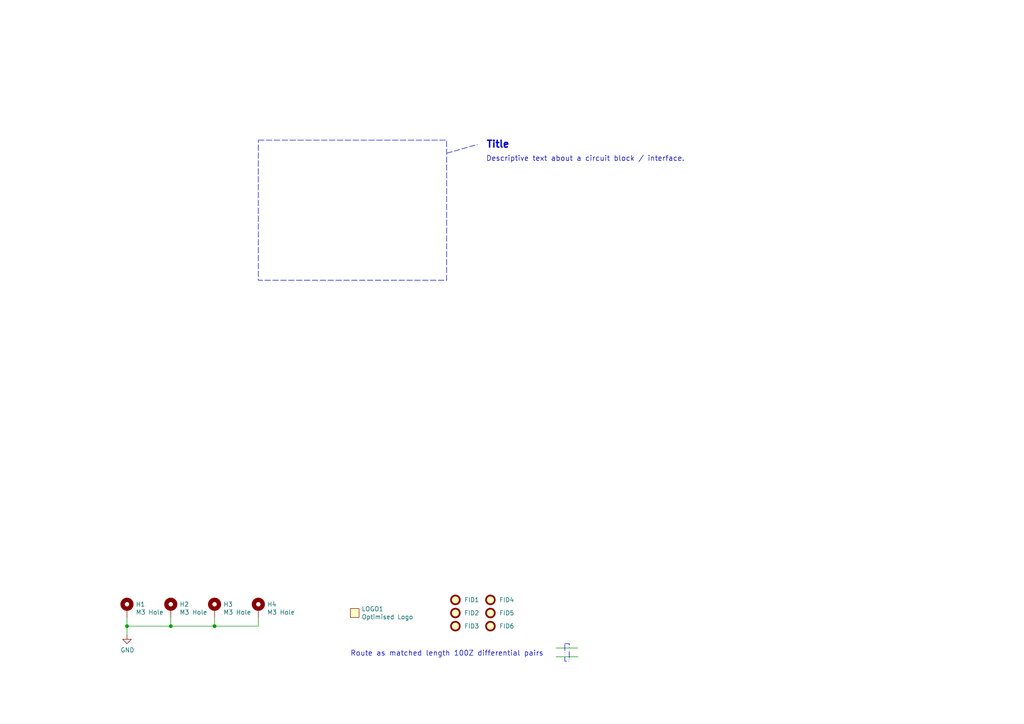
<source format=kicad_sch>
(kicad_sch (version 20230121) (generator eeschema)

  (uuid be6dff3f-7b56-472d-ad92-9d283766b79e)

  (paper "A4")

  (title_block
    (title "Board Name")
    (date "2023-08-08")
    (rev "1A")
    (company "XXXX Ltd")
    (comment 1 "PTXXXX")
    (comment 2 "Stevie Janowski")
    (comment 3 "Long Johnson")
  )

  (lib_symbols
    (symbol "Mechanical:MountingHole_Pad" (pin_numbers hide) (pin_names (offset 1.016) hide) (in_bom yes) (on_board yes)
      (property "Reference" "H" (at 0 6.35 0)
        (effects (font (size 1.27 1.27)))
      )
      (property "Value" "MountingHole_Pad" (at 0 4.445 0)
        (effects (font (size 1.27 1.27)))
      )
      (property "Footprint" "" (at 0 0 0)
        (effects (font (size 1.27 1.27)) hide)
      )
      (property "Datasheet" "~" (at 0 0 0)
        (effects (font (size 1.27 1.27)) hide)
      )
      (property "ki_keywords" "mounting hole" (at 0 0 0)
        (effects (font (size 1.27 1.27)) hide)
      )
      (property "ki_description" "Mounting Hole with connection" (at 0 0 0)
        (effects (font (size 1.27 1.27)) hide)
      )
      (property "ki_fp_filters" "MountingHole*Pad*" (at 0 0 0)
        (effects (font (size 1.27 1.27)) hide)
      )
      (symbol "MountingHole_Pad_0_1"
        (circle (center 0 1.27) (radius 1.27)
          (stroke (width 1.27) (type default))
          (fill (type none))
        )
      )
      (symbol "MountingHole_Pad_1_1"
        (pin input line (at 0 -2.54 90) (length 2.54)
          (name "1" (effects (font (size 1.27 1.27))))
          (number "1" (effects (font (size 1.27 1.27))))
        )
      )
    )
    (symbol "_kb_miscellaneous:Fiducial" (pin_names (offset 1.27)) (in_bom yes) (on_board yes)
      (property "Reference" "FID" (at 0 2.54 0)
        (effects (font (size 1.27 1.27)))
      )
      (property "Value" "Fiducial" (at 0 -3.81 0)
        (effects (font (size 1.27 1.27)) hide)
      )
      (property "Footprint" "_kb_miscellaneous:Fiducial_1mm_Mask3mm" (at -1.27 -3.81 0)
        (effects (font (size 1.27 1.27)) hide)
      )
      (property "Datasheet" "${KIPRJMOD}\\optimised_kicad-libraries\\datasheets\\miscellaneous\\" (at -1.27 -3.81 0)
        (effects (font (size 1.27 1.27)) hide)
      )
      (property "Description" "Fiducial Assembly Marker" (at 0 -3.81 0)
        (effects (font (size 1.27 1.27)) hide)
      )
      (property "Manufacturer1" "N/A" (at 0 -3.81 0)
        (effects (font (size 1.27 1.27)) hide)
      )
      (property "MPN1" "N/A" (at 0 -3.81 0)
        (effects (font (size 1.27 1.27)) hide)
      )
      (property "Manufacturer2" " " (at 0 0 0)
        (effects (font (size 1.27 1.27)) hide)
      )
      (property "MPN2" " " (at 0 0 0)
        (effects (font (size 1.27 1.27)) hide)
      )
      (property "Vendor1" " " (at 0 0 0)
        (effects (font (size 1.27 1.27)) hide)
      )
      (property "SKU1" " " (at 0 0 0)
        (effects (font (size 1.27 1.27)) hide)
      )
      (property "Vendor2" " " (at 0 0 0)
        (effects (font (size 1.27 1.27)) hide)
      )
      (property "SKU2" " " (at 0 0 0)
        (effects (font (size 1.27 1.27)) hide)
      )
      (property "FitPart" "DNF" (at 0 -3.81 0)
        (effects (font (size 1.27 1.27)) hide)
      )
      (symbol "Fiducial_0_1"
        (circle (center 0 0) (radius 1.27)
          (stroke (width 0.508) (type default))
          (fill (type background))
        )
      )
    )
    (symbol "_kb_miscellaneous:Logo" (pin_names (offset 1.27)) (in_bom yes) (on_board yes)
      (property "Reference" "LOGO" (at 5.08 1.27 0)
        (effects (font (size 1.27 1.27)))
      )
      (property "Value" "Logo" (at 5.08 -1.27 0)
        (effects (font (size 1.27 1.27)))
      )
      (property "Footprint" "" (at -3.683 0 0)
        (effects (font (size 1.27 1.27)) hide)
      )
      (property "Datasheet" "${KIPRJMOD}\\optimised_kicad-libraries\\datasheets\\miscellaneous\\" (at -3.683 0 0)
        (effects (font (size 1.27 1.27)) hide)
      )
      (property "Description" "PCB Logo Virtual Part" (at -2.54 1.27 0)
        (effects (font (size 1.27 1.27)) hide)
      )
      (property "Manufacturer1" "N/A" (at -2.54 1.27 0)
        (effects (font (size 1.27 1.27)) hide)
      )
      (property "MPN1" "N/A" (at -2.54 1.27 0)
        (effects (font (size 1.27 1.27)) hide)
      )
      (property "Manufacturer2" " " (at -2.54 1.27 0)
        (effects (font (size 1.27 1.27)) hide)
      )
      (property "MPN2" " " (at -2.54 1.27 0)
        (effects (font (size 1.27 1.27)) hide)
      )
      (property "Vendor1" " " (at -2.54 1.27 0)
        (effects (font (size 1.27 1.27)) hide)
      )
      (property "SKU1" " " (at -2.54 1.27 0)
        (effects (font (size 1.27 1.27)) hide)
      )
      (property "Vendor2" " " (at -2.54 1.27 0)
        (effects (font (size 1.27 1.27)) hide)
      )
      (property "SKU2" " " (at -2.54 1.27 0)
        (effects (font (size 1.27 1.27)) hide)
      )
      (property "FitPart" "DNF" (at -2.54 1.27 0)
        (effects (font (size 1.27 1.27)) hide)
      )
      (property "ki_keywords" "Select logo footprint after placing" (at 0 0 0)
        (effects (font (size 1.27 1.27)) hide)
      )
      (property "ki_description" "PCB Logo Virtual Part" (at 0 0 0)
        (effects (font (size 1.27 1.27)) hide)
      )
      (symbol "Logo_0_1"
        (rectangle (start -1.27 -1.27) (end 1.27 1.27)
          (stroke (width 0) (type default))
          (fill (type background))
        )
      )
    )
    (symbol "power:GND" (power) (pin_names (offset 0)) (in_bom yes) (on_board yes)
      (property "Reference" "#PWR" (at 0 -6.35 0)
        (effects (font (size 1.27 1.27)) hide)
      )
      (property "Value" "GND" (at 0 -3.81 0)
        (effects (font (size 1.27 1.27)))
      )
      (property "Footprint" "" (at 0 0 0)
        (effects (font (size 1.27 1.27)) hide)
      )
      (property "Datasheet" "" (at 0 0 0)
        (effects (font (size 1.27 1.27)) hide)
      )
      (property "ki_keywords" "power-flag" (at 0 0 0)
        (effects (font (size 1.27 1.27)) hide)
      )
      (property "ki_description" "Power symbol creates a global label with name \"GND\" , ground" (at 0 0 0)
        (effects (font (size 1.27 1.27)) hide)
      )
      (symbol "GND_0_1"
        (polyline
          (pts
            (xy 0 0)
            (xy 0 -1.27)
            (xy 1.27 -1.27)
            (xy 0 -2.54)
            (xy -1.27 -1.27)
            (xy 0 -1.27)
          )
          (stroke (width 0) (type default))
          (fill (type none))
        )
      )
      (symbol "GND_1_1"
        (pin power_in line (at 0 0 270) (length 0) hide
          (name "GND" (effects (font (size 1.27 1.27))))
          (number "1" (effects (font (size 1.27 1.27))))
        )
      )
    )
  )

  (junction (at 49.53 181.61) (diameter 0) (color 0 0 0 0)
    (uuid 5c877ef5-6150-42ef-895e-a2ff433e7a71)
  )
  (junction (at 36.83 181.61) (diameter 0) (color 0 0 0 0)
    (uuid acabb0ea-021e-4c56-a158-2fe2186aa673)
  )
  (junction (at 62.23 181.61) (diameter 0) (color 0 0 0 0)
    (uuid c135557b-79cf-433e-a18e-939b34284445)
  )

  (wire (pts (xy 49.53 181.61) (xy 49.53 179.07))
    (stroke (width 0) (type default))
    (uuid 07bb9ac7-c4f4-4413-8846-2feee71f2e74)
  )
  (polyline (pts (xy 129.54 44.45) (xy 138.43 41.91))
    (stroke (width 0) (type dash))
    (uuid 0a921fcd-5b16-4beb-88a9-ad8ba2410195)
  )

  (wire (pts (xy 36.83 179.07) (xy 36.83 181.61))
    (stroke (width 0) (type default))
    (uuid 0c5f60e6-3a5d-4d1c-8c8e-1a2456bbbfa1)
  )
  (wire (pts (xy 36.83 181.61) (xy 49.53 181.61))
    (stroke (width 0) (type default))
    (uuid 2c04299e-e874-4f87-b226-b65e65eef995)
  )
  (wire (pts (xy 49.53 181.61) (xy 62.23 181.61))
    (stroke (width 0) (type default))
    (uuid 3c38b2f9-f918-4c1e-a96c-b913903bb7ca)
  )
  (wire (pts (xy 36.83 181.61) (xy 36.83 184.15))
    (stroke (width 0) (type default))
    (uuid 65b9de58-8ed0-431e-8ace-8e0637532df5)
  )
  (wire (pts (xy 62.23 181.61) (xy 74.93 181.61))
    (stroke (width 0) (type default))
    (uuid ab6649bf-62b8-49da-ba09-85c1ee5dd253)
  )
  (wire (pts (xy 62.23 181.61) (xy 62.23 179.07))
    (stroke (width 0) (type default))
    (uuid aee469fc-c5f2-4050-983b-65966cb9d124)
  )
  (wire (pts (xy 161.29 190.5) (xy 167.64 190.5))
    (stroke (width 0) (type default))
    (uuid bd3db677-9d0f-46c1-9956-a17efb62c6d3)
  )
  (wire (pts (xy 74.93 181.61) (xy 74.93 179.07))
    (stroke (width 0) (type default))
    (uuid f0fdc50f-7dc4-47a3-be9f-1aedf9af6c0f)
  )
  (wire (pts (xy 161.29 187.96) (xy 167.64 187.96))
    (stroke (width 0) (type default))
    (uuid f398c5fb-7b8d-4fdf-b399-85fb98e738d5)
  )

  (rectangle (start 74.93 40.64) (end 129.54 81.28)
    (stroke (width 0) (type dash))
    (fill (type none))
    (uuid 04e91ba8-3505-4eba-9636-a6ab7f19de6d)
  )
  (rectangle (start 163.83 186.69) (end 165.1 191.77)
    (stroke (width 0) (type dash_dot_dot))
    (fill (type none))
    (uuid 0ee73494-b1f1-4b9e-8f8e-cbe67b488d9a)
  )

  (text "Route as matched length 100Z differential pairs" (at 101.6 190.5 0)
    (effects (font (size 1.4986 1.4986)) (justify left bottom))
    (uuid 217288e6-8f8e-4cf9-87bb-d7a0080eb6f8)
  )
  (text "Title" (at 140.97 43.18 0)
    (effects (font (size 2.0066 2.0066) (thickness 0.4013) bold) (justify left bottom))
    (uuid 6c59648d-32f4-47d2-b8d6-11c01f8cc2a4)
  )
  (text "Descriptive text about a circuit block / interface."
    (at 140.97 46.99 0)
    (effects (font (size 1.4986 1.4986)) (justify left bottom))
    (uuid 931c8188-1eb4-4903-9218-d54f9ee20205)
  )

  (symbol (lib_id "Mechanical:MountingHole_Pad") (at 36.83 176.53 0) (unit 1)
    (in_bom yes) (on_board yes) (dnp no)
    (uuid 00000000-0000-0000-0000-00005eaeed3f)
    (property "Reference" "H1" (at 39.37 175.2854 0)
      (effects (font (size 1.27 1.27)) (justify left))
    )
    (property "Value" "M3 Hole" (at 39.37 177.5968 0)
      (effects (font (size 1.27 1.27)) (justify left))
    )
    (property "Footprint" "MountingHole:MountingHole_3.5mm_Pad_Via" (at 36.83 176.53 0)
      (effects (font (size 1.27 1.27)) hide)
    )
    (property "Datasheet" "~" (at 36.83 176.53 0)
      (effects (font (size 1.27 1.27)) hide)
    )
    (property "Description" "M3 Mounting Hole" (at 36.83 176.53 0)
      (effects (font (size 1.27 1.27)) hide)
    )
    (property "Manufacturer1" "N/A" (at 36.83 176.53 0)
      (effects (font (size 1.27 1.27)) hide)
    )
    (property "MPN1" "N/A" (at 36.83 176.53 0)
      (effects (font (size 1.27 1.27)) hide)
    )
    (property "FitPart" "DNF" (at 36.83 176.53 0)
      (effects (font (size 1.27 1.27)) hide)
    )
    (pin "1" (uuid 9a71886e-a0db-4c0c-b8ac-b05b99e0ee4e))
    (instances
      (project "PTXXXX_boardname"
        (path "/be6dff3f-7b56-472d-ad92-9d283766b79e"
          (reference "H1") (unit 1)
        )
      )
    )
  )

  (symbol (lib_id "power:GND") (at 36.83 184.15 0) (unit 1)
    (in_bom yes) (on_board yes) (dnp no)
    (uuid 00000000-0000-0000-0000-00005eaef4ed)
    (property "Reference" "#PWR01" (at 36.83 190.5 0)
      (effects (font (size 1.27 1.27)) hide)
    )
    (property "Value" "GND" (at 36.957 188.5442 0)
      (effects (font (size 1.27 1.27)))
    )
    (property "Footprint" "" (at 36.83 184.15 0)
      (effects (font (size 1.27 1.27)) hide)
    )
    (property "Datasheet" "" (at 36.83 184.15 0)
      (effects (font (size 1.27 1.27)) hide)
    )
    (pin "1" (uuid f1725603-db37-4ab8-aa1d-d4ce5d5e5d2a))
    (instances
      (project "PTXXXX_boardname"
        (path "/be6dff3f-7b56-472d-ad92-9d283766b79e"
          (reference "#PWR01") (unit 1)
        )
      )
    )
  )

  (symbol (lib_id "Mechanical:MountingHole_Pad") (at 49.53 176.53 0) (unit 1)
    (in_bom yes) (on_board yes) (dnp no)
    (uuid 00000000-0000-0000-0000-00005eaefea5)
    (property "Reference" "H2" (at 52.07 175.2854 0)
      (effects (font (size 1.27 1.27)) (justify left))
    )
    (property "Value" "M3 Hole" (at 52.07 177.5968 0)
      (effects (font (size 1.27 1.27)) (justify left))
    )
    (property "Footprint" "MountingHole:MountingHole_3.5mm_Pad_Via" (at 49.53 176.53 0)
      (effects (font (size 1.27 1.27)) hide)
    )
    (property "Datasheet" "~" (at 49.53 176.53 0)
      (effects (font (size 1.27 1.27)) hide)
    )
    (property "Description" "M3 Mounting Hole" (at 49.53 176.53 0)
      (effects (font (size 1.27 1.27)) hide)
    )
    (property "Manufacturer1" "N/A" (at 49.53 176.53 0)
      (effects (font (size 1.27 1.27)) hide)
    )
    (property "MPN1" "N/A" (at 49.53 176.53 0)
      (effects (font (size 1.27 1.27)) hide)
    )
    (property "FitPart" "DNF" (at 49.53 176.53 0)
      (effects (font (size 1.27 1.27)) hide)
    )
    (pin "1" (uuid e9cff397-e18d-476f-ba66-82245dd3ddb4))
    (instances
      (project "PTXXXX_boardname"
        (path "/be6dff3f-7b56-472d-ad92-9d283766b79e"
          (reference "H2") (unit 1)
        )
      )
    )
  )

  (symbol (lib_id "Mechanical:MountingHole_Pad") (at 62.23 176.53 0) (unit 1)
    (in_bom yes) (on_board yes) (dnp no)
    (uuid 00000000-0000-0000-0000-00005eaf0ac1)
    (property "Reference" "H3" (at 64.77 175.2854 0)
      (effects (font (size 1.27 1.27)) (justify left))
    )
    (property "Value" "M3 Hole" (at 64.77 177.5968 0)
      (effects (font (size 1.27 1.27)) (justify left))
    )
    (property "Footprint" "MountingHole:MountingHole_3.5mm_Pad_Via" (at 62.23 176.53 0)
      (effects (font (size 1.27 1.27)) hide)
    )
    (property "Datasheet" "~" (at 62.23 176.53 0)
      (effects (font (size 1.27 1.27)) hide)
    )
    (property "Description" "M3 Mounting Hole" (at 62.23 176.53 0)
      (effects (font (size 1.27 1.27)) hide)
    )
    (property "Manufacturer1" "N/A" (at 62.23 176.53 0)
      (effects (font (size 1.27 1.27)) hide)
    )
    (property "MPN1" "N/A" (at 62.23 176.53 0)
      (effects (font (size 1.27 1.27)) hide)
    )
    (property "FitPart" "DNF" (at 62.23 176.53 0)
      (effects (font (size 1.27 1.27)) hide)
    )
    (pin "1" (uuid 3fb63a53-79c0-4f48-8465-e0f438f9ff66))
    (instances
      (project "PTXXXX_boardname"
        (path "/be6dff3f-7b56-472d-ad92-9d283766b79e"
          (reference "H3") (unit 1)
        )
      )
    )
  )

  (symbol (lib_id "Mechanical:MountingHole_Pad") (at 74.93 176.53 0) (unit 1)
    (in_bom yes) (on_board yes) (dnp no)
    (uuid 00000000-0000-0000-0000-00005eaf13ed)
    (property "Reference" "H4" (at 77.47 175.2854 0)
      (effects (font (size 1.27 1.27)) (justify left))
    )
    (property "Value" "M3 Hole" (at 77.47 177.5968 0)
      (effects (font (size 1.27 1.27)) (justify left))
    )
    (property "Footprint" "MountingHole:MountingHole_3.5mm_Pad_Via" (at 74.93 176.53 0)
      (effects (font (size 1.27 1.27)) hide)
    )
    (property "Datasheet" "~" (at 74.93 176.53 0)
      (effects (font (size 1.27 1.27)) hide)
    )
    (property "Description" "M3 Mounting Hole" (at 74.93 176.53 0)
      (effects (font (size 1.27 1.27)) hide)
    )
    (property "Manufacturer1" "N/A" (at 74.93 176.53 0)
      (effects (font (size 1.27 1.27)) hide)
    )
    (property "MPN1" "N/A" (at 74.93 176.53 0)
      (effects (font (size 1.27 1.27)) hide)
    )
    (property "FitPart" "DNF" (at 74.93 176.53 0)
      (effects (font (size 1.27 1.27)) hide)
    )
    (pin "1" (uuid edd5ba59-ef79-4fe2-9f4d-9c4fabcbd727))
    (instances
      (project "PTXXXX_boardname"
        (path "/be6dff3f-7b56-472d-ad92-9d283766b79e"
          (reference "H4") (unit 1)
        )
      )
    )
  )

  (symbol (lib_id "_kb_miscellaneous:Logo") (at 102.87 177.8 0) (unit 1)
    (in_bom yes) (on_board yes) (dnp no)
    (uuid 00000000-0000-0000-0000-000060625bfa)
    (property "Reference" "LOGO1" (at 104.8512 176.6316 0)
      (effects (font (size 1.27 1.27)) (justify left))
    )
    (property "Value" "Optimised Logo" (at 104.8512 178.943 0)
      (effects (font (size 1.27 1.27)) (justify left))
    )
    (property "Footprint" "_kb_miscellaneous:PCB_Silk_Logo_Optimised" (at 99.187 177.8 0)
      (effects (font (size 1.27 1.27)) hide)
    )
    (property "Datasheet" "${KIPRJMOD}\\optimised_kicad-libraries\\datasheets\\miscellaneous\\" (at 99.187 177.8 0)
      (effects (font (size 1.27 1.27)) hide)
    )
    (property "Description" "PCB Logo Virtual Part" (at 100.33 176.53 0)
      (effects (font (size 1.27 1.27)) hide)
    )
    (property "Manufacturer1" "N/A" (at 100.33 176.53 0)
      (effects (font (size 1.27 1.27)) hide)
    )
    (property "MPN1" "N/A" (at 100.33 176.53 0)
      (effects (font (size 1.27 1.27)) hide)
    )
    (property "Manufacturer2" " " (at 100.33 176.53 0)
      (effects (font (size 1.27 1.27)) hide)
    )
    (property "MPN2" " " (at 100.33 176.53 0)
      (effects (font (size 1.27 1.27)) hide)
    )
    (property "Vendor1" " " (at 100.33 176.53 0)
      (effects (font (size 1.27 1.27)) hide)
    )
    (property "SKU1" " " (at 100.33 176.53 0)
      (effects (font (size 1.27 1.27)) hide)
    )
    (property "Vendor2" " " (at 100.33 176.53 0)
      (effects (font (size 1.27 1.27)) hide)
    )
    (property "SKU2" " " (at 100.33 176.53 0)
      (effects (font (size 1.27 1.27)) hide)
    )
    (property "FitPart" "DNF" (at 100.33 176.53 0)
      (effects (font (size 1.27 1.27)) hide)
    )
    (instances
      (project "PTXXXX_boardname"
        (path "/be6dff3f-7b56-472d-ad92-9d283766b79e"
          (reference "LOGO1") (unit 1)
        )
      )
    )
  )

  (symbol (lib_id "_kb_miscellaneous:Fiducial") (at 142.24 173.99 0) (unit 1)
    (in_bom yes) (on_board yes) (dnp no) (fields_autoplaced)
    (uuid 0d64b0dc-be5b-418e-a54a-7329042c0062)
    (property "Reference" "FID4" (at 144.78 173.9899 0)
      (effects (font (size 1.27 1.27)) (justify left))
    )
    (property "Value" "Fiducial" (at 142.24 177.8 0)
      (effects (font (size 1.27 1.27)) hide)
    )
    (property "Footprint" "_kb_miscellaneous:Fiducial_1mm_Mask3mm" (at 140.97 177.8 0)
      (effects (font (size 1.27 1.27)) hide)
    )
    (property "Datasheet" "${KIPRJMOD}\\optimised_kicad-libraries\\datasheets\\miscellaneous\\" (at 140.97 177.8 0)
      (effects (font (size 1.27 1.27)) hide)
    )
    (property "Description" "Fiducial Assembly Marker" (at 142.24 177.8 0)
      (effects (font (size 1.27 1.27)) hide)
    )
    (property "Manufacturer1" "N/A" (at 142.24 177.8 0)
      (effects (font (size 1.27 1.27)) hide)
    )
    (property "MPN1" "N/A" (at 142.24 177.8 0)
      (effects (font (size 1.27 1.27)) hide)
    )
    (property "Manufacturer2" " " (at 142.24 173.99 0)
      (effects (font (size 1.27 1.27)) hide)
    )
    (property "MPN2" " " (at 142.24 173.99 0)
      (effects (font (size 1.27 1.27)) hide)
    )
    (property "Vendor1" " " (at 142.24 173.99 0)
      (effects (font (size 1.27 1.27)) hide)
    )
    (property "SKU1" " " (at 142.24 173.99 0)
      (effects (font (size 1.27 1.27)) hide)
    )
    (property "Vendor2" " " (at 142.24 173.99 0)
      (effects (font (size 1.27 1.27)) hide)
    )
    (property "SKU2" " " (at 142.24 173.99 0)
      (effects (font (size 1.27 1.27)) hide)
    )
    (property "FitPart" "DNF" (at 142.24 177.8 0)
      (effects (font (size 1.27 1.27)) hide)
    )
    (instances
      (project "PTXXXX_boardname"
        (path "/be6dff3f-7b56-472d-ad92-9d283766b79e"
          (reference "FID4") (unit 1)
        )
      )
    )
  )

  (symbol (lib_id "_kb_miscellaneous:Fiducial") (at 132.08 181.61 0) (unit 1)
    (in_bom yes) (on_board yes) (dnp no) (fields_autoplaced)
    (uuid 3254cdb8-dafc-47ca-a1c5-164b6f28619c)
    (property "Reference" "FID3" (at 134.62 181.6099 0)
      (effects (font (size 1.27 1.27)) (justify left))
    )
    (property "Value" "Fiducial" (at 132.08 185.42 0)
      (effects (font (size 1.27 1.27)) hide)
    )
    (property "Footprint" "_kb_miscellaneous:Fiducial_1mm_Mask3mm" (at 130.81 185.42 0)
      (effects (font (size 1.27 1.27)) hide)
    )
    (property "Datasheet" "${KIPRJMOD}\\optimised_kicad-libraries\\datasheets\\miscellaneous\\" (at 130.81 185.42 0)
      (effects (font (size 1.27 1.27)) hide)
    )
    (property "Description" "Fiducial Assembly Marker" (at 132.08 185.42 0)
      (effects (font (size 1.27 1.27)) hide)
    )
    (property "Manufacturer1" "N/A" (at 132.08 185.42 0)
      (effects (font (size 1.27 1.27)) hide)
    )
    (property "MPN1" "N/A" (at 132.08 185.42 0)
      (effects (font (size 1.27 1.27)) hide)
    )
    (property "Manufacturer2" " " (at 132.08 181.61 0)
      (effects (font (size 1.27 1.27)) hide)
    )
    (property "MPN2" " " (at 132.08 181.61 0)
      (effects (font (size 1.27 1.27)) hide)
    )
    (property "Vendor1" " " (at 132.08 181.61 0)
      (effects (font (size 1.27 1.27)) hide)
    )
    (property "SKU1" " " (at 132.08 181.61 0)
      (effects (font (size 1.27 1.27)) hide)
    )
    (property "Vendor2" " " (at 132.08 181.61 0)
      (effects (font (size 1.27 1.27)) hide)
    )
    (property "SKU2" " " (at 132.08 181.61 0)
      (effects (font (size 1.27 1.27)) hide)
    )
    (property "FitPart" "DNF" (at 132.08 185.42 0)
      (effects (font (size 1.27 1.27)) hide)
    )
    (instances
      (project "PTXXXX_boardname"
        (path "/be6dff3f-7b56-472d-ad92-9d283766b79e"
          (reference "FID3") (unit 1)
        )
      )
    )
  )

  (symbol (lib_id "_kb_miscellaneous:Fiducial") (at 132.08 173.99 0) (unit 1)
    (in_bom yes) (on_board yes) (dnp no) (fields_autoplaced)
    (uuid 49028e32-30bd-47eb-9e53-b83a0a7bf657)
    (property "Reference" "FID1" (at 134.62 173.9899 0)
      (effects (font (size 1.27 1.27)) (justify left))
    )
    (property "Value" "Fiducial" (at 132.08 177.8 0)
      (effects (font (size 1.27 1.27)) hide)
    )
    (property "Footprint" "_kb_miscellaneous:Fiducial_1mm_Mask3mm" (at 130.81 177.8 0)
      (effects (font (size 1.27 1.27)) hide)
    )
    (property "Datasheet" "${KIPRJMOD}\\optimised_kicad-libraries\\datasheets\\miscellaneous\\" (at 130.81 177.8 0)
      (effects (font (size 1.27 1.27)) hide)
    )
    (property "Description" "Fiducial Assembly Marker" (at 132.08 177.8 0)
      (effects (font (size 1.27 1.27)) hide)
    )
    (property "Manufacturer1" "N/A" (at 132.08 177.8 0)
      (effects (font (size 1.27 1.27)) hide)
    )
    (property "MPN1" "N/A" (at 132.08 177.8 0)
      (effects (font (size 1.27 1.27)) hide)
    )
    (property "Manufacturer2" " " (at 132.08 173.99 0)
      (effects (font (size 1.27 1.27)) hide)
    )
    (property "MPN2" " " (at 132.08 173.99 0)
      (effects (font (size 1.27 1.27)) hide)
    )
    (property "Vendor1" " " (at 132.08 173.99 0)
      (effects (font (size 1.27 1.27)) hide)
    )
    (property "SKU1" " " (at 132.08 173.99 0)
      (effects (font (size 1.27 1.27)) hide)
    )
    (property "Vendor2" " " (at 132.08 173.99 0)
      (effects (font (size 1.27 1.27)) hide)
    )
    (property "SKU2" " " (at 132.08 173.99 0)
      (effects (font (size 1.27 1.27)) hide)
    )
    (property "FitPart" "DNF" (at 132.08 177.8 0)
      (effects (font (size 1.27 1.27)) hide)
    )
    (instances
      (project "PTXXXX_boardname"
        (path "/be6dff3f-7b56-472d-ad92-9d283766b79e"
          (reference "FID1") (unit 1)
        )
      )
    )
  )

  (symbol (lib_id "_kb_miscellaneous:Fiducial") (at 142.24 181.61 0) (unit 1)
    (in_bom yes) (on_board yes) (dnp no) (fields_autoplaced)
    (uuid 91c08a2d-91b1-4509-8b08-c16e82fc7154)
    (property "Reference" "FID6" (at 144.78 181.6099 0)
      (effects (font (size 1.27 1.27)) (justify left))
    )
    (property "Value" "Fiducial" (at 142.24 185.42 0)
      (effects (font (size 1.27 1.27)) hide)
    )
    (property "Footprint" "_kb_miscellaneous:Fiducial_1mm_Mask3mm" (at 140.97 185.42 0)
      (effects (font (size 1.27 1.27)) hide)
    )
    (property "Datasheet" "${KIPRJMOD}\\optimised_kicad-libraries\\datasheets\\miscellaneous\\" (at 140.97 185.42 0)
      (effects (font (size 1.27 1.27)) hide)
    )
    (property "Description" "Fiducial Assembly Marker" (at 142.24 185.42 0)
      (effects (font (size 1.27 1.27)) hide)
    )
    (property "Manufacturer1" "N/A" (at 142.24 185.42 0)
      (effects (font (size 1.27 1.27)) hide)
    )
    (property "MPN1" "N/A" (at 142.24 185.42 0)
      (effects (font (size 1.27 1.27)) hide)
    )
    (property "Manufacturer2" " " (at 142.24 181.61 0)
      (effects (font (size 1.27 1.27)) hide)
    )
    (property "MPN2" " " (at 142.24 181.61 0)
      (effects (font (size 1.27 1.27)) hide)
    )
    (property "Vendor1" " " (at 142.24 181.61 0)
      (effects (font (size 1.27 1.27)) hide)
    )
    (property "SKU1" " " (at 142.24 181.61 0)
      (effects (font (size 1.27 1.27)) hide)
    )
    (property "Vendor2" " " (at 142.24 181.61 0)
      (effects (font (size 1.27 1.27)) hide)
    )
    (property "SKU2" " " (at 142.24 181.61 0)
      (effects (font (size 1.27 1.27)) hide)
    )
    (property "FitPart" "DNF" (at 142.24 185.42 0)
      (effects (font (size 1.27 1.27)) hide)
    )
    (instances
      (project "PTXXXX_boardname"
        (path "/be6dff3f-7b56-472d-ad92-9d283766b79e"
          (reference "FID6") (unit 1)
        )
      )
    )
  )

  (symbol (lib_id "_kb_miscellaneous:Fiducial") (at 132.08 177.8 0) (unit 1)
    (in_bom yes) (on_board yes) (dnp no) (fields_autoplaced)
    (uuid 97485eee-4c91-4308-83e7-1477047e7584)
    (property "Reference" "FID2" (at 134.62 177.7999 0)
      (effects (font (size 1.27 1.27)) (justify left))
    )
    (property "Value" "Fiducial" (at 132.08 181.61 0)
      (effects (font (size 1.27 1.27)) hide)
    )
    (property "Footprint" "_kb_miscellaneous:Fiducial_1mm_Mask3mm" (at 130.81 181.61 0)
      (effects (font (size 1.27 1.27)) hide)
    )
    (property "Datasheet" "${KIPRJMOD}\\optimised_kicad-libraries\\datasheets\\miscellaneous\\" (at 130.81 181.61 0)
      (effects (font (size 1.27 1.27)) hide)
    )
    (property "Description" "Fiducial Assembly Marker" (at 132.08 181.61 0)
      (effects (font (size 1.27 1.27)) hide)
    )
    (property "Manufacturer1" "N/A" (at 132.08 181.61 0)
      (effects (font (size 1.27 1.27)) hide)
    )
    (property "MPN1" "N/A" (at 132.08 181.61 0)
      (effects (font (size 1.27 1.27)) hide)
    )
    (property "Manufacturer2" " " (at 132.08 177.8 0)
      (effects (font (size 1.27 1.27)) hide)
    )
    (property "MPN2" " " (at 132.08 177.8 0)
      (effects (font (size 1.27 1.27)) hide)
    )
    (property "Vendor1" " " (at 132.08 177.8 0)
      (effects (font (size 1.27 1.27)) hide)
    )
    (property "SKU1" " " (at 132.08 177.8 0)
      (effects (font (size 1.27 1.27)) hide)
    )
    (property "Vendor2" " " (at 132.08 177.8 0)
      (effects (font (size 1.27 1.27)) hide)
    )
    (property "SKU2" " " (at 132.08 177.8 0)
      (effects (font (size 1.27 1.27)) hide)
    )
    (property "FitPart" "DNF" (at 132.08 181.61 0)
      (effects (font (size 1.27 1.27)) hide)
    )
    (instances
      (project "PTXXXX_boardname"
        (path "/be6dff3f-7b56-472d-ad92-9d283766b79e"
          (reference "FID2") (unit 1)
        )
      )
    )
  )

  (symbol (lib_id "_kb_miscellaneous:Fiducial") (at 142.24 177.8 0) (unit 1)
    (in_bom yes) (on_board yes) (dnp no) (fields_autoplaced)
    (uuid a8042a02-af6d-41c7-befa-0b0cef780c7c)
    (property "Reference" "FID5" (at 144.78 177.7999 0)
      (effects (font (size 1.27 1.27)) (justify left))
    )
    (property "Value" "Fiducial" (at 142.24 181.61 0)
      (effects (font (size 1.27 1.27)) hide)
    )
    (property "Footprint" "_kb_miscellaneous:Fiducial_1mm_Mask3mm" (at 140.97 181.61 0)
      (effects (font (size 1.27 1.27)) hide)
    )
    (property "Datasheet" "${KIPRJMOD}\\optimised_kicad-libraries\\datasheets\\miscellaneous\\" (at 140.97 181.61 0)
      (effects (font (size 1.27 1.27)) hide)
    )
    (property "Description" "Fiducial Assembly Marker" (at 142.24 181.61 0)
      (effects (font (size 1.27 1.27)) hide)
    )
    (property "Manufacturer1" "N/A" (at 142.24 181.61 0)
      (effects (font (size 1.27 1.27)) hide)
    )
    (property "MPN1" "N/A" (at 142.24 181.61 0)
      (effects (font (size 1.27 1.27)) hide)
    )
    (property "Manufacturer2" " " (at 142.24 177.8 0)
      (effects (font (size 1.27 1.27)) hide)
    )
    (property "MPN2" " " (at 142.24 177.8 0)
      (effects (font (size 1.27 1.27)) hide)
    )
    (property "Vendor1" " " (at 142.24 177.8 0)
      (effects (font (size 1.27 1.27)) hide)
    )
    (property "SKU1" " " (at 142.24 177.8 0)
      (effects (font (size 1.27 1.27)) hide)
    )
    (property "Vendor2" " " (at 142.24 177.8 0)
      (effects (font (size 1.27 1.27)) hide)
    )
    (property "SKU2" " " (at 142.24 177.8 0)
      (effects (font (size 1.27 1.27)) hide)
    )
    (property "FitPart" "DNF" (at 142.24 181.61 0)
      (effects (font (size 1.27 1.27)) hide)
    )
    (instances
      (project "PTXXXX_boardname"
        (path "/be6dff3f-7b56-472d-ad92-9d283766b79e"
          (reference "FID5") (unit 1)
        )
      )
    )
  )

  (sheet_instances
    (path "/" (page "1"))
  )
)

</source>
